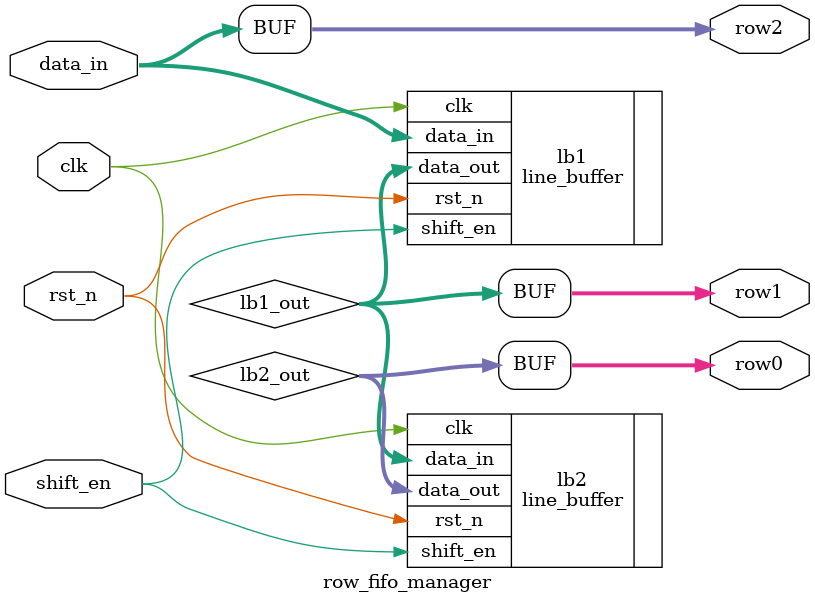
<source format=sv>
module row_fifo_manager #(parameter WIDTH = 100, parameter DATA_WIDTH = 8) (
    input clk,
    input rst_n,
    input shift_en,
    input [DATA_WIDTH-1:0] data_in,
    output [DATA_WIDTH-1:0] row0,
    output [DATA_WIDTH-1:0] row1,
    output [DATA_WIDTH-1:0] row2
);

logic [DATA_WIDTH-1:0] lb1_out;
logic [DATA_WIDTH-1:0] lb2_out;

line_buffer #(.WIDTH(WIDTH+1), .DATA_WIDTH(DATA_WIDTH))lb1 (.clk(clk), .rst_n(rst_n), .shift_en(shift_en),
                .data_in(data_in), .data_out(lb1_out));
                
line_buffer #(.WIDTH(WIDTH), .DATA_WIDTH(DATA_WIDTH)) lb2 (.clk(clk), .rst_n(rst_n), .shift_en(shift_en),
                .data_in(lb1_out), .data_out(lb2_out));


assign row2 = data_in;
assign row1 = lb1_out;
assign row0 = lb2_out;

endmodule
</source>
